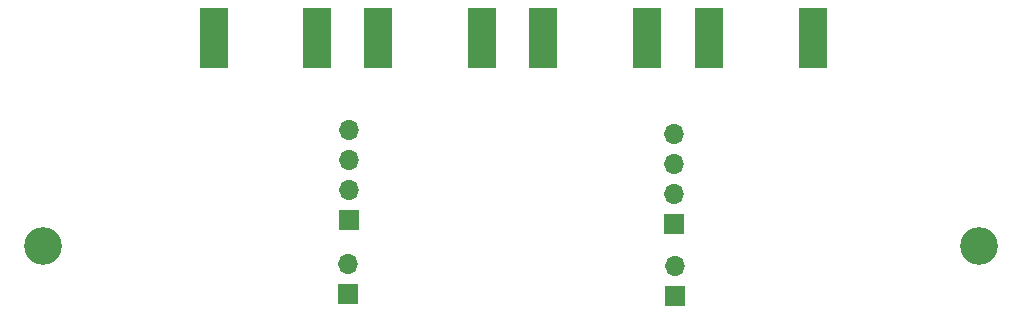
<source format=gbr>
%TF.GenerationSoftware,KiCad,Pcbnew,5.1.10-88a1d61d58~88~ubuntu18.04.1*%
%TF.CreationDate,2021-07-26T17:39:40+07:00*%
%TF.ProjectId,ADV728xM_EVAL_SMA-FFC_AETINA_ACE_CAM6C,41445637-3238-4784-9d5f-4556414c5f53,rev?*%
%TF.SameCoordinates,Original*%
%TF.FileFunction,Soldermask,Bot*%
%TF.FilePolarity,Negative*%
%FSLAX46Y46*%
G04 Gerber Fmt 4.6, Leading zero omitted, Abs format (unit mm)*
G04 Created by KiCad (PCBNEW 5.1.10-88a1d61d58~88~ubuntu18.04.1) date 2021-07-26 17:39:40*
%MOMM*%
%LPD*%
G01*
G04 APERTURE LIST*
%ADD10C,3.200000*%
%ADD11O,1.700000X1.700000*%
%ADD12R,1.700000X1.700000*%
%ADD13R,2.413000X5.080000*%
G04 APERTURE END LIST*
D10*
%TO.C,H2*%
X198450200Y-96659700D03*
%TD*%
%TO.C,H1*%
X119227600Y-96685100D03*
%TD*%
D11*
%TO.C,J6*%
X172656500Y-87147400D03*
X172656500Y-89687400D03*
X172656500Y-92227400D03*
D12*
X172656500Y-94767400D03*
%TD*%
D13*
%TO.C,J3*%
X170332400Y-79019400D03*
X161569400Y-79019400D03*
%TD*%
%TO.C,J4*%
X184378600Y-79019400D03*
X175615600Y-79019400D03*
%TD*%
%TO.C,J1*%
X142443200Y-79070200D03*
X133680200Y-79070200D03*
%TD*%
%TO.C,J2*%
X156362400Y-79019400D03*
X147599400Y-79019400D03*
%TD*%
D12*
%TO.C,J5*%
X145084800Y-94500700D03*
D11*
X145084800Y-91960700D03*
X145084800Y-89420700D03*
X145084800Y-86880700D03*
%TD*%
D12*
%TO.C,J8*%
X172694600Y-100939600D03*
D11*
X172694600Y-98399600D03*
%TD*%
%TO.C,J7*%
X145034000Y-98209100D03*
D12*
X145034000Y-100749100D03*
%TD*%
M02*

</source>
